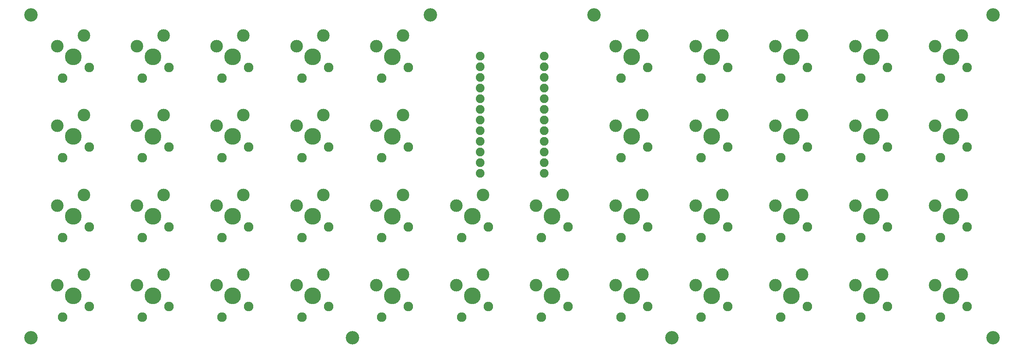
<source format=gbr>
%TF.GenerationSoftware,KiCad,Pcbnew,(5.99.0-8803-gb07c8110c8)*%
%TF.CreationDate,2021-05-08T13:19:11+01:00*%
%TF.ProjectId,Inflorescent,496e666c-6f72-4657-9363-656e742e6b69,rev?*%
%TF.SameCoordinates,PXf42400PY8954400*%
%TF.FileFunction,Soldermask,Top*%
%TF.FilePolarity,Negative*%
%FSLAX46Y46*%
G04 Gerber Fmt 4.6, Leading zero omitted, Abs format (unit mm)*
G04 Created by KiCad (PCBNEW (5.99.0-8803-gb07c8110c8)) date 2021-05-08 13:19:11*
%MOMM*%
%LPD*%
G01*
G04 APERTURE LIST*
%ADD10C,3.000000*%
%ADD11C,3.987800*%
%ADD12C,2.286000*%
%ADD13C,3.200000*%
%ADD14C,2.082800*%
G04 APERTURE END LIST*
D10*
%TO.C,SW9*%
X162190000Y73540000D03*
D11*
X166000000Y71000000D03*
D10*
X168540000Y76080000D03*
D12*
X163460000Y65920000D03*
X169810000Y68460000D03*
%TD*%
D10*
%TO.C,SW11*%
X206540000Y76080000D03*
D11*
X204000000Y71000000D03*
D10*
X200190000Y73540000D03*
D12*
X201460000Y65920000D03*
X207810000Y68460000D03*
%TD*%
D10*
%TO.C,SW16*%
X67190000Y54540000D03*
D11*
X71000000Y52000000D03*
D10*
X73540000Y57080000D03*
D12*
X68460000Y46920000D03*
X74810000Y49460000D03*
%TD*%
D13*
%TO.C,H4*%
X4000000Y4000000D03*
%TD*%
D11*
%TO.C,SW23*%
X204000000Y52000000D03*
D10*
X206540000Y57080000D03*
X200190000Y54540000D03*
D12*
X201460000Y46920000D03*
X207810000Y49460000D03*
%TD*%
D10*
%TO.C,SW31*%
X130540000Y38080000D03*
X124190000Y35540000D03*
D11*
X128000000Y33000000D03*
D12*
X125460000Y27920000D03*
X131810000Y30460000D03*
%TD*%
D11*
%TO.C,SW26*%
X33000000Y33000000D03*
D10*
X29190000Y35540000D03*
X35540000Y38080000D03*
D12*
X30460000Y27920000D03*
X36810000Y30460000D03*
%TD*%
D11*
%TO.C,SW20*%
X147000000Y52000000D03*
D10*
X143190000Y54540000D03*
X149540000Y57080000D03*
D12*
X144460000Y46920000D03*
X150810000Y49460000D03*
%TD*%
D10*
%TO.C,SW22*%
X187540000Y57080000D03*
D11*
X185000000Y52000000D03*
D10*
X181190000Y54540000D03*
D12*
X182460000Y46920000D03*
X188810000Y49460000D03*
%TD*%
D11*
%TO.C,SW1*%
X14000000Y71000000D03*
D10*
X10190000Y73540000D03*
X16540000Y76080000D03*
D12*
X11460000Y65920000D03*
X17810000Y68460000D03*
%TD*%
D10*
%TO.C,SW43*%
X130540000Y19080000D03*
X124190000Y16540000D03*
D11*
X128000000Y14000000D03*
D12*
X125460000Y8920000D03*
X131810000Y11460000D03*
%TD*%
D13*
%TO.C,H1*%
X233000000Y4000000D03*
%TD*%
D11*
%TO.C,SW13*%
X14000000Y52000000D03*
D10*
X16540000Y57080000D03*
X10190000Y54540000D03*
D12*
X11460000Y46920000D03*
X17810000Y49460000D03*
%TD*%
D10*
%TO.C,SW32*%
X149540000Y38080000D03*
D11*
X147000000Y33000000D03*
D10*
X143190000Y35540000D03*
D12*
X144460000Y27920000D03*
X150810000Y30460000D03*
%TD*%
D11*
%TO.C,SW37*%
X14000000Y14000000D03*
D10*
X16540000Y19080000D03*
X10190000Y16540000D03*
D12*
X11460000Y8920000D03*
X17810000Y11460000D03*
%TD*%
D11*
%TO.C,SW25*%
X14000000Y33000000D03*
D10*
X16540000Y38080000D03*
X10190000Y35540000D03*
D12*
X11460000Y27920000D03*
X17810000Y30460000D03*
%TD*%
D10*
%TO.C,SW24*%
X219190000Y54540000D03*
D11*
X223000000Y52000000D03*
D10*
X225540000Y57080000D03*
D12*
X220460000Y46920000D03*
X226810000Y49460000D03*
%TD*%
D11*
%TO.C,SW34*%
X185000000Y33000000D03*
D10*
X187540000Y38080000D03*
X181190000Y35540000D03*
D12*
X182460000Y27920000D03*
X188810000Y30460000D03*
%TD*%
D13*
%TO.C,H2*%
X156500000Y4000000D03*
%TD*%
D10*
%TO.C,SW2*%
X35540000Y76080000D03*
X29190000Y73540000D03*
D11*
X33000000Y71000000D03*
D12*
X30460000Y65920000D03*
X36810000Y68460000D03*
%TD*%
D10*
%TO.C,SW46*%
X181190000Y16540000D03*
X187540000Y19080000D03*
D11*
X185000000Y14000000D03*
D12*
X182460000Y8920000D03*
X188810000Y11460000D03*
%TD*%
D10*
%TO.C,SW42*%
X111540000Y19080000D03*
D11*
X109000000Y14000000D03*
D10*
X105190000Y16540000D03*
D12*
X106460000Y8920000D03*
X112810000Y11460000D03*
%TD*%
D11*
%TO.C,SW15*%
X52000000Y52000000D03*
D10*
X54540000Y57080000D03*
X48190000Y54540000D03*
D12*
X49460000Y46920000D03*
X55810000Y49460000D03*
%TD*%
D10*
%TO.C,SW4*%
X73540000Y76080000D03*
X67190000Y73540000D03*
D11*
X71000000Y71000000D03*
D12*
X68460000Y65920000D03*
X74810000Y68460000D03*
%TD*%
D13*
%TO.C,H5*%
X233000000Y81000000D03*
%TD*%
D10*
%TO.C,SW12*%
X219190000Y73540000D03*
D11*
X223000000Y71000000D03*
D10*
X225540000Y76080000D03*
D12*
X220460000Y65920000D03*
X226810000Y68460000D03*
%TD*%
D10*
%TO.C,SW47*%
X200190000Y16540000D03*
D11*
X204000000Y14000000D03*
D10*
X206540000Y19080000D03*
D12*
X201460000Y8920000D03*
X207810000Y11460000D03*
%TD*%
D10*
%TO.C,SW33*%
X168540000Y38080000D03*
D11*
X166000000Y33000000D03*
D10*
X162190000Y35540000D03*
D12*
X163460000Y27920000D03*
X169810000Y30460000D03*
%TD*%
D10*
%TO.C,SW36*%
X219190000Y35540000D03*
D11*
X223000000Y33000000D03*
D10*
X225540000Y38080000D03*
D12*
X220460000Y27920000D03*
X226810000Y30460000D03*
%TD*%
D13*
%TO.C,H6*%
X138000000Y81000000D03*
%TD*%
D10*
%TO.C,SW29*%
X86190000Y35540000D03*
X92540000Y38080000D03*
D11*
X90000000Y33000000D03*
D12*
X87460000Y27920000D03*
X93810000Y30460000D03*
%TD*%
D13*
%TO.C,H3*%
X80500000Y4000000D03*
%TD*%
D10*
%TO.C,SW5*%
X92540000Y76080000D03*
X86190000Y73540000D03*
D11*
X90000000Y71000000D03*
D12*
X87460000Y65920000D03*
X93810000Y68460000D03*
%TD*%
D11*
%TO.C,SW44*%
X147000000Y14000000D03*
D10*
X143190000Y16540000D03*
X149540000Y19080000D03*
D12*
X144460000Y8920000D03*
X150810000Y11460000D03*
%TD*%
D13*
%TO.C,H7*%
X99000000Y81000000D03*
%TD*%
D10*
%TO.C,SW48*%
X225540000Y19080000D03*
X219190000Y16540000D03*
D11*
X223000000Y14000000D03*
D12*
X220460000Y8920000D03*
X226810000Y11460000D03*
%TD*%
D10*
%TO.C,SW21*%
X168540000Y57080000D03*
D11*
X166000000Y52000000D03*
D10*
X162190000Y54540000D03*
D12*
X163460000Y46920000D03*
X169810000Y49460000D03*
%TD*%
D10*
%TO.C,SW8*%
X143190000Y73540000D03*
X149540000Y76080000D03*
D11*
X147000000Y71000000D03*
D12*
X144460000Y65920000D03*
X150810000Y68460000D03*
%TD*%
D11*
%TO.C,SW28*%
X71000000Y33000000D03*
D10*
X67190000Y35540000D03*
X73540000Y38080000D03*
D12*
X68460000Y27920000D03*
X74810000Y30460000D03*
%TD*%
D10*
%TO.C,SW38*%
X29190000Y16540000D03*
D11*
X33000000Y14000000D03*
D10*
X35540000Y19080000D03*
D12*
X30460000Y8920000D03*
X36810000Y11460000D03*
%TD*%
D10*
%TO.C,SW3*%
X54540000Y76080000D03*
D11*
X52000000Y71000000D03*
D10*
X48190000Y73540000D03*
D12*
X49460000Y65920000D03*
X55810000Y68460000D03*
%TD*%
D10*
%TO.C,SW40*%
X67190000Y16540000D03*
D11*
X71000000Y14000000D03*
D10*
X73540000Y19080000D03*
D12*
X68460000Y8920000D03*
X74810000Y11460000D03*
%TD*%
D11*
%TO.C,SW27*%
X52000000Y33000000D03*
D10*
X54540000Y38080000D03*
X48190000Y35540000D03*
D12*
X49460000Y27920000D03*
X55810000Y30460000D03*
%TD*%
D11*
%TO.C,SW14*%
X33000000Y52000000D03*
D10*
X29190000Y54540000D03*
X35540000Y57080000D03*
D12*
X30460000Y46920000D03*
X36810000Y49460000D03*
%TD*%
D11*
%TO.C,SW30*%
X109000000Y33000000D03*
D10*
X105190000Y35540000D03*
X111540000Y38080000D03*
D12*
X106460000Y27920000D03*
X112810000Y30460000D03*
%TD*%
D13*
%TO.C,H8*%
X4000000Y81000000D03*
%TD*%
D11*
%TO.C,SW45*%
X166000000Y14000000D03*
D10*
X168540000Y19080000D03*
X162190000Y16540000D03*
D12*
X163460000Y8920000D03*
X169810000Y11460000D03*
%TD*%
D14*
%TO.C,U1*%
X110880000Y71200000D03*
X110880000Y68660000D03*
X110880000Y66120000D03*
X110880000Y63580000D03*
X110880000Y61040000D03*
X110880000Y58500000D03*
X110880000Y55960000D03*
X110880000Y53420000D03*
X110880000Y50880000D03*
X110880000Y48340000D03*
X110880000Y45800000D03*
X110880000Y43260000D03*
X126120000Y43260000D03*
X126120000Y45800000D03*
X126120000Y48340000D03*
X126120000Y50880000D03*
X126120000Y53420000D03*
X126120000Y55960000D03*
X126120000Y58500000D03*
X126120000Y61040000D03*
X126120000Y63580000D03*
X126120000Y66120000D03*
X126120000Y68660000D03*
X126120000Y71200000D03*
%TD*%
D10*
%TO.C,SW10*%
X187540000Y76080000D03*
X181190000Y73540000D03*
D11*
X185000000Y71000000D03*
D12*
X182460000Y65920000D03*
X188810000Y68460000D03*
%TD*%
D10*
%TO.C,SW39*%
X54540000Y19080000D03*
X48190000Y16540000D03*
D11*
X52000000Y14000000D03*
D12*
X49460000Y8920000D03*
X55810000Y11460000D03*
%TD*%
D11*
%TO.C,SW35*%
X204000000Y33000000D03*
D10*
X206540000Y38080000D03*
X200190000Y35540000D03*
D12*
X201460000Y27920000D03*
X207810000Y30460000D03*
%TD*%
D10*
%TO.C,SW17*%
X92540000Y57080000D03*
X86190000Y54540000D03*
D11*
X90000000Y52000000D03*
D12*
X87460000Y46920000D03*
X93810000Y49460000D03*
%TD*%
D10*
%TO.C,SW41*%
X86190000Y16540000D03*
X92540000Y19080000D03*
D11*
X90000000Y14000000D03*
D12*
X87460000Y8920000D03*
X93810000Y11460000D03*
%TD*%
M02*

</source>
